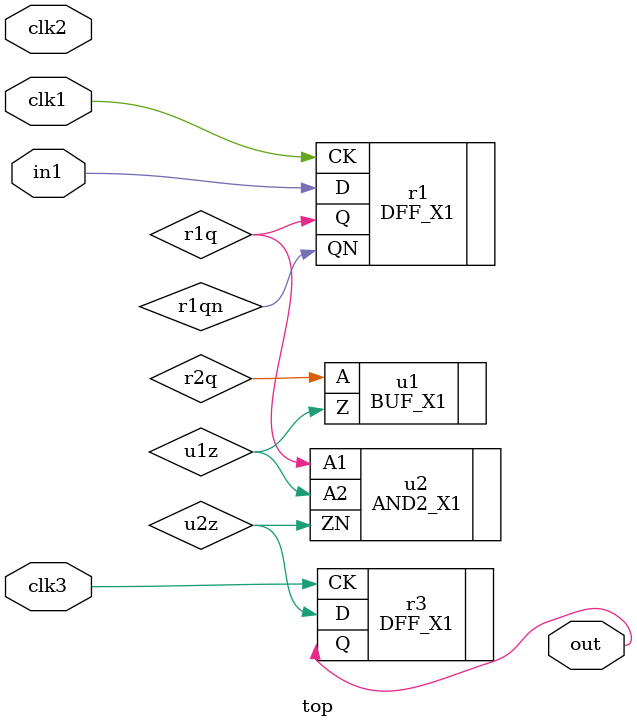
<source format=v>
module top (in1, clk1, clk2, clk3, out);
  input in1, clk1, clk2, clk3;
  output out;

   // unconnected reg output
  DFF_X1 r1 (.D(in1), .CK(clk1), .Q(r1q), .QN(r1qn));

  // no driver for r2q
  BUF_X1 u1 (.A(r2q), .Z(u1z));
  AND2_X1 u2 (.A1(r1q), .A2(u1z), .ZN(u2z));
  DFF_X1 r3 (.D(u2z), .CK(clk3), .Q(out));
endmodule // top

</source>
